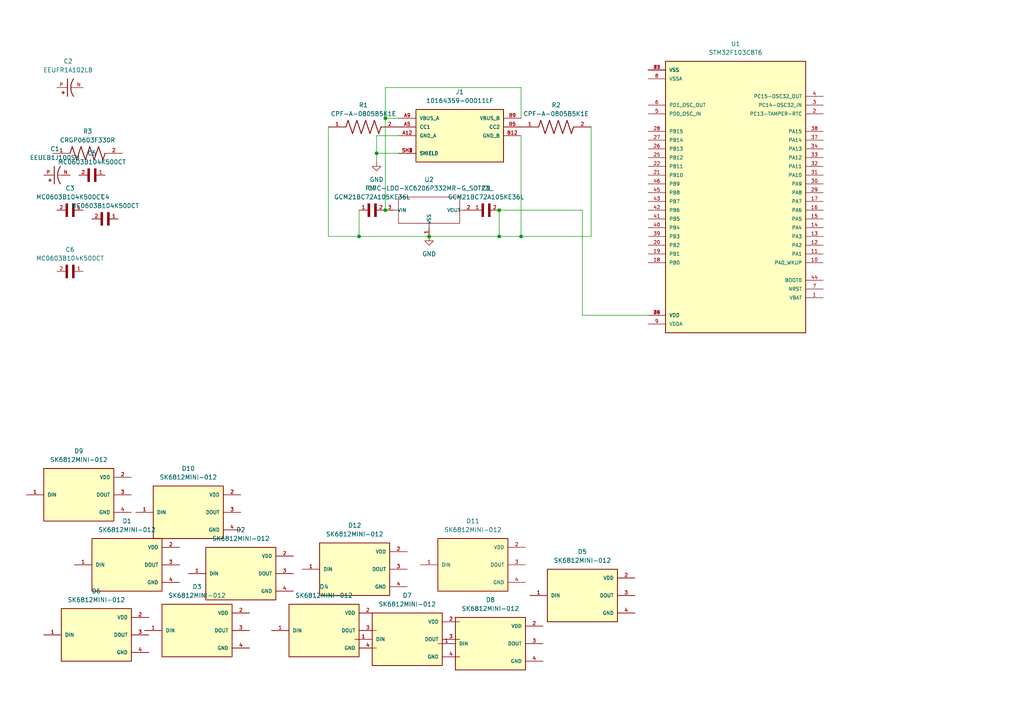
<source format=kicad_sch>
(kicad_sch (version 20250114) (generator "eeschema") (generator_version "9.0")
  (paper "A4")
  (lib_symbols
    (symbol "10164359-00011LF:10164359-00011LF" (pin_names (offset 1.016))
      (property "Reference" "J" (at -12.7 8.382 0))
      (property "Value" "10164359-00011LF" (at -12.7 -10.16 0))
      (symbol "10164359-00011LF_0_0"
        (rectangle (start -12.7 -7.62) (end 12.7 7.62) (stroke (width 0.254)) (fill (type background)))
        (pin power_in line (at -17.78 5.08 0) (length 5.08) (name "VBUS_A") (number "A9"))
        (pin bidirectional line (at -17.78 2.54 0) (length 5.08) (name "CC1") (number "A5"))
        (pin power_in line (at -17.78 0 0) (length 5.08) (name "GND_A") (number "A12"))
        (pin passive line (at -17.78 -5.08 0) (length 5.08) (name "SHIELD") (number "SH1"))
        (pin passive line (at -17.78 -5.08 0) (length 5.08) (name "SHIELD") (number "SH2"))
        (pin passive line (at -17.78 -5.08 0) (length 5.08) (name "SHIELD") (number "SH3"))
        (pin passive line (at -17.78 -5.08 0) (length 5.08) (name "SHIELD") (number "SH4"))
        (pin power_in line (at 17.78 5.08 180) (length 5.08) (name "VBUS_B") (number "B9"))
        (pin bidirectional line (at 17.78 2.54 180) (length 5.08) (name "CC2") (number "B5"))
        (pin power_in line (at 17.78 0 180) (length 5.08) (name "GND_B") (number "B12"))
      )
    )
    (symbol "CPF-A-0805B5K1E:CPF-A-0805B5K1E" (pin_names (offset 1.016))
      (property "Reference" "R" (at -7.6244 2.5415 0))
      (property "Value" "CPF-A-0805B5K1E" (at -7.63 -5.0866 0))
      (symbol "CPF-A-0805B5K1E_0_0"
        (polyline (pts (xy -5.08 0) (xy -4.445 1.905)) (stroke (width 0.254)))
        (polyline (pts (xy -4.445 1.905) (xy -3.175 -1.905)) (stroke (width 0.254)))
        (polyline (pts (xy -3.175 -1.905) (xy -1.905 1.905)) (stroke (width 0.254)))
        (polyline (pts (xy -1.905 1.905) (xy -0.635 -1.905)) (stroke (width 0.254)))
        (polyline (pts (xy -0.635 -1.905) (xy 0.635 1.905)) (stroke (width 0.254)))
        (polyline (pts (xy 0.635 1.905) (xy 1.905 -1.905)) (stroke (width 0.254)))
        (polyline (pts (xy 1.905 -1.905) (xy 3.175 1.905)) (stroke (width 0.254)))
        (polyline (pts (xy 3.175 1.905) (xy 4.445 -1.905)) (stroke (width 0.254)))
        (polyline (pts (xy 4.445 -1.905) (xy 5.08 0)) (stroke (width 0.254)))
        (pin passive line (at -10.16 0 0) (length 5.08) (name "~") (number "1"))
        (pin passive line (at 10.16 0 180) (length 5.08) (name "~") (number "2"))
      )
    )
    (symbol "CRGP0603F330R:CRGP0603F330R" (pin_names (offset 1.016))
      (property "Reference" "R" (at -7.6244 2.5415 0))
      (property "Value" "CRGP0603F330R" (at -7.63 -5.0866 0))
      (symbol "CRGP0603F330R_0_0"
        (polyline (pts (xy -5.08 0) (xy -4.445 1.905)) (stroke (width 0.254)))
        (polyline (pts (xy -4.445 1.905) (xy -3.175 -1.905)) (stroke (width 0.254)))
        (polyline (pts (xy -3.175 -1.905) (xy -1.905 1.905)) (stroke (width 0.254)))
        (polyline (pts (xy -1.905 1.905) (xy -0.635 -1.905)) (stroke (width 0.254)))
        (polyline (pts (xy -0.635 -1.905) (xy 0.635 1.905)) (stroke (width 0.254)))
        (polyline (pts (xy 0.635 1.905) (xy 1.905 -1.905)) (stroke (width 0.254)))
        (polyline (pts (xy 1.905 -1.905) (xy 3.175 1.905)) (stroke (width 0.254)))
        (polyline (pts (xy 3.175 1.905) (xy 4.445 -1.905)) (stroke (width 0.254)))
        (polyline (pts (xy 4.445 -1.905) (xy 5.08 0)) (stroke (width 0.254)))
        (pin passive line (at -10.16 0 0) (length 5.08) (name "~") (number "1"))
        (pin passive line (at 10.16 0 180) (length 5.08) (name "~") (number "2"))
      )
    )
    (symbol "EEUEB1J100SH:EEUEB1J100SH" (pin_names (offset 1.016))
      (property "Reference" "C" (at -2.54 3.81 0))
      (property "Value" "EEUEB1J100SH" (at -2.54 -5.08 0))
      (symbol "EEUEB1J100SH_0_0"
        (rectangle (start -1.173 -1.532) (end -0.284 -1.405) (stroke (width 0.1)) (fill (type outline)))
        (rectangle (start -0.792 -1.913) (end -0.665 -1.024) (stroke (width 0.1)) (fill (type outline)))
        (polyline (pts (xy 0 0) (xy 0.508 0)) (stroke (width 0.1524)))
        (polyline (pts (xy 0.508 2.54) (xy 0.508 0)) (stroke (width 0.254)))
        (polyline (pts (xy 0.508 0) (xy 0.508 -2.54)) (stroke (width 0.254)))
        (polyline (pts (xy 2.54 0) (xy 1.524 0)) (stroke (width 0.1524)))
        (arc (start 2.286 -2.54) (mid 1.4851 0) (end 2.286 2.54) (stroke (width 0.254)))
        (pin passive line (at -2.54 0 0) (length 2.54) (name "~") (number "P"))
        (pin passive line (at 5.08 0 180) (length 2.54) (name "~") (number "N"))
      )
    )
    (symbol "EEUFR1A102LB:EEUFR1A102LB" (pin_names (offset 1.016))
      (property "Reference" "C" (at -2.54 3.81 0))
      (property "Value" "EEUFR1A102LB" (at -2.54 -5.08 0))
      (symbol "EEUFR1A102LB_0_0"
        (rectangle (start -1.173 -1.532) (end -0.284 -1.405) (stroke (width 0.1)) (fill (type outline)))
        (rectangle (start -0.792 -1.913) (end -0.665 -1.024) (stroke (width 0.1)) (fill (type outline)))
        (polyline (pts (xy 0 0) (xy 0.508 0)) (stroke (width 0.1524)))
        (polyline (pts (xy 0.508 2.54) (xy 0.508 0)) (stroke (width 0.254)))
        (polyline (pts (xy 0.508 0) (xy 0.508 -2.54)) (stroke (width 0.254)))
        (polyline (pts (xy 2.54 0) (xy 1.524 0)) (stroke (width 0.1524)))
        (arc (start 2.286 -2.54) (mid 1.4851 0) (end 2.286 2.54) (stroke (width 0.254)))
        (pin passive line (at -2.54 0 0) (length 2.54) (name "~") (number "P"))
        (pin passive line (at 5.08 0 180) (length 2.54) (name "~") (number "N"))
      )
    )
    (symbol "GCM21BC72A105KE36L:GCM21BC72A105KE36L" (pin_names (offset 1.016))
      (property "Reference" "C" (at 0 3.8109 0))
      (property "Value" "GCM21BC72A105KE36L" (at 0 -5.0885 0))
      (symbol "GCM21BC72A105KE36L_0_0"
        (rectangle (start 0 -1.9069) (end 0.635 1.905) (stroke (width 0.1)) (fill (type outline)))
        (rectangle (start 1.9069 -1.9069) (end 2.54 1.905) (stroke (width 0.1)) (fill (type outline)))
        (pin passive line (at -2.54 0 0) (length 2.54) (name "~") (number "1"))
        (pin passive line (at 5.08 0 180) (length 2.54) (name "~") (number "2"))
      )
    )
    (symbol "MC0603B104K500CT:MC0603B104K500CT" (pin_names (offset 1.016))
      (property "Reference" "C" (at 0 3.81 0))
      (property "Value" "MC0603B104K500CT" (at 0 -5.08 0))
      (symbol "MC0603B104K500CT_0_0"
        (rectangle (start 0 -1.905) (end 0.635 1.905) (stroke (width 0.1)) (fill (type outline)))
        (rectangle (start 1.905 -1.905) (end 2.54 1.905) (stroke (width 0.1)) (fill (type outline)))
        (pin passive line (at -2.54 0 0) (length 2.54) (name "~") (number "2"))
        (pin passive line (at 5.08 0 180) (length 2.54) (name "~") (number "1"))
      )
    )
    (symbol "PMIC-LDO-XC6206P332MR-G_SOT23_:PMIC-LDO-XC6206P332MR-G_SOT23_" (pin_names (offset 1.016))
      (property "Reference" "U" (at -8.8958 5.0833 0))
      (property "Value" "PMIC-LDO-XC6206P332MR-G_SOT23_" (at -1.2704 5.0814 0))
      (symbol "PMIC-LDO-XC6206P332MR-G_SOT23__0_0"
        (polyline (pts (xy -10.16 0) (xy -8.89 0)) (stroke (width 0.1524)))
        (polyline (pts (xy -8.89 3.81) (xy 8.89 3.81)) (stroke (width 0.1524)))
        (polyline (pts (xy -8.89 0) (xy -8.89 3.81)) (stroke (width 0.1524)))
        (polyline (pts (xy -8.89 -3.81) (xy -8.89 0)) (stroke (width 0.1524)))
        (polyline (pts (xy 0 -3.81) (xy -8.89 -3.81)) (stroke (width 0.1524)))
        (polyline (pts (xy 0 -5.08) (xy 0 -3.81)) (stroke (width 0.1524)))
        (polyline (pts (xy 8.89 3.81) (xy 8.89 0)) (stroke (width 0.1524)))
        (polyline (pts (xy 8.89 0) (xy 8.89 -3.81)) (stroke (width 0.1524)))
        (polyline (pts (xy 8.89 -3.81) (xy 0 -3.81)) (stroke (width 0.1524)))
        (polyline (pts (xy 10.16 0) (xy 8.89 0)) (stroke (width 0.1524)))
        (pin input line (at -12.7 0 0) (length 2.54) (name "VIN") (number "3"))
        (pin power_in line (at 0 -7.62 90) (length 2.54) (name "VSS") (number "1"))
        (pin output line (at 12.7 0 180) (length 2.54) (name "VOUT") (number "2"))
      )
    )
    (symbol "SK6812MINI-012:SK6812MINI-012" (pin_names (offset 1.016))
      (property "Reference" "D" (at -10.16 8.89 0))
      (property "Value" "SK6812MINI-012" (at -10.16 -10.16 0))
      (symbol "SK6812MINI-012_0_0"
        (rectangle (start -10.16 -7.62) (end 10.16 7.62) (stroke (width 0.254)) (fill (type background)))
        (pin input line (at -15.24 0 0) (length 5.08) (name "DIN") (number "1"))
        (pin power_in line (at 15.24 5.08 180) (length 5.08) (name "VDD") (number "2"))
        (pin output line (at 15.24 0 180) (length 5.08) (name "DOUT") (number "3"))
        (pin power_in line (at 15.24 -5.08 180) (length 5.08) (name "GND") (number "4"))
      )
    )
    (symbol "STM32F103C8T6:STM32F103C8T6" (pin_names (offset 1.016))
      (property "Reference" "U" (at -20.32 41.275 0))
      (property "Value" "STM32F103C8T6" (at -20.32 -40.64 0))
      (symbol "STM32F103C8T6_0_0"
        (rectangle (start -20.32 -38.1) (end 20.32 40.64) (stroke (width 0.254)) (fill (type background)))
        (pin bidirectional line (at -25.4 30.48 0) (length 5.08) (name "VBAT") (number "1"))
        (pin input line (at -25.4 27.94 0) (length 5.08) (name "NRST") (number "7"))
        (pin input line (at -25.4 25.4 0) (length 5.08) (name "BOOT0") (number "44"))
        (pin bidirectional line (at -25.4 20.32 0) (length 5.08) (name "PA0_WKUP") (number "10"))
        (pin bidirectional line (at -25.4 17.78 0) (length 5.08) (name "PA1") (number "11"))
        (pin bidirectional line (at -25.4 15.24 0) (length 5.08) (name "PA2") (number "12"))
        (pin bidirectional line (at -25.4 12.7 0) (length 5.08) (name "PA3") (number "13"))
        (pin bidirectional line (at -25.4 10.16 0) (length 5.08) (name "PA4") (number "14"))
        (pin bidirectional line (at -25.4 7.62 0) (length 5.08) (name "PA5") (number "15"))
        (pin bidirectional line (at -25.4 5.08 0) (length 5.08) (name "PA6") (number "16"))
        (pin bidirectional line (at -25.4 2.54 0) (length 5.08) (name "PA7") (number "17"))
        (pin bidirectional line (at -25.4 0 0) (length 5.08) (name "PA8") (number "29"))
        (pin bidirectional line (at -25.4 -2.54 0) (length 5.08) (name "PA9") (number "30"))
        (pin bidirectional line (at -25.4 -5.08 0) (length 5.08) (name "PA10") (number "31"))
        (pin bidirectional line (at -25.4 -7.62 0) (length 5.08) (name "PA11") (number "32"))
        (pin bidirectional line (at -25.4 -10.16 0) (length 5.08) (name "PA12") (number "33"))
        (pin bidirectional line (at -25.4 -12.7 0) (length 5.08) (name "PA13") (number "34"))
        (pin bidirectional line (at -25.4 -15.24 0) (length 5.08) (name "PA14") (number "37"))
        (pin bidirectional line (at -25.4 -17.78 0) (length 5.08) (name "PA15") (number "38"))
        (pin bidirectional line (at -25.4 -22.86 0) (length 5.08) (name "PC13-TAMPER-RTC") (number "2"))
        (pin bidirectional line (at -25.4 -25.4 0) (length 5.08) (name "PC14-OSC32_IN") (number "3"))
        (pin bidirectional line (at -25.4 -27.94 0) (length 5.08) (name "PC15-OSC32_OUT") (number "4"))
        (pin power_in line (at 25.4 38.1 180) (length 5.08) (name "VDDA") (number "9"))
        (pin power_in line (at 25.4 35.56 180) (length 5.08) (name "VDD") (number "24"))
        (pin power_in line (at 25.4 35.56 180) (length 5.08) (name "VDD") (number "36"))
        (pin power_in line (at 25.4 35.56 180) (length 5.08) (name "VDD") (number "48"))
        (pin bidirectional line (at 25.4 20.32 180) (length 5.08) (name "PB0") (number "18"))
        (pin bidirectional line (at 25.4 17.78 180) (length 5.08) (name "PB1") (number "19"))
        (pin bidirectional line (at 25.4 15.24 180) (length 5.08) (name "PB2") (number "20"))
        (pin bidirectional line (at 25.4 12.7 180) (length 5.08) (name "PB3") (number "39"))
        (pin bidirectional line (at 25.4 10.16 180) (length 5.08) (name "PB4") (number "40"))
        (pin bidirectional line (at 25.4 7.62 180) (length 5.08) (name "PB5") (number "41"))
        (pin bidirectional line (at 25.4 5.08 180) (length 5.08) (name "PB6") (number "42"))
        (pin bidirectional line (at 25.4 2.54 180) (length 5.08) (name "PB7") (number "43"))
        (pin bidirectional line (at 25.4 0 180) (length 5.08) (name "PB8") (number "45"))
        (pin bidirectional line (at 25.4 -2.54 180) (length 5.08) (name "PB9") (number "46"))
        (pin bidirectional line (at 25.4 -5.08 180) (length 5.08) (name "PB10") (number "21"))
        (pin bidirectional line (at 25.4 -7.62 180) (length 5.08) (name "PB11") (number "22"))
        (pin bidirectional line (at 25.4 -10.16 180) (length 5.08) (name "PB12") (number "25"))
        (pin bidirectional line (at 25.4 -12.7 180) (length 5.08) (name "PB13") (number "26"))
        (pin bidirectional line (at 25.4 -15.24 180) (length 5.08) (name "PB14") (number "27"))
        (pin bidirectional line (at 25.4 -17.78 180) (length 5.08) (name "PB15") (number "28"))
        (pin bidirectional line (at 25.4 -22.86 180) (length 5.08) (name "PD0_OSC_IN") (number "5"))
        (pin bidirectional line (at 25.4 -25.4 180) (length 5.08) (name "PD1_OSC_OUT") (number "6"))
        (pin power_in line (at 25.4 -33.02 180) (length 5.08) (name "VSSA") (number "8"))
        (pin power_in line (at 25.4 -35.56 180) (length 5.08) (name "VSS") (number "23"))
        (pin power_in line (at 25.4 -35.56 180) (length 5.08) (name "VSS") (number "35"))
        (pin power_in line (at 25.4 -35.56 180) (length 5.08) (name "VSS") (number "47"))
      )
    )
    (symbol "power:GND" (power) (pin_numbers (hide yes)) (pin_names (offset 0) (hide yes))
      (property "Value" "GND" (at 0 -3.81 0))
      (symbol "GND_0_1"
        (polyline (pts (xy 0 0) (xy 0 -1.27) (xy 1.27 -1.27) (xy 0 -2.54) (xy -1.27 -1.27) (xy 0 -1.27)))
      )
      (symbol "GND_1_1"
        (pin power_in line (at 0 0 270) (length 0) (name "~") (number "1"))
      )
    )
  )
  (junction (at 111.76 60.96))
  (junction (at 104.14 68.58))
  (junction (at 144.78 68.58))
  (junction (at 124.46 68.58))
  (junction (at 109.22 44.45))
  (junction (at 111.76 34.29))
  (junction (at 151.13 68.58))
  (junction (at 144.78 60.96))
  (wire (pts (xy 168.91 91.44) (xy 187.96 91.44)))
  (wire (pts (xy 144.78 60.96) (xy 168.91 60.96)))
  (wire (pts (xy 111.76 25.4) (xy 111.76 34.29)))
  (wire (pts (xy 115.57 39.37) (xy 109.22 39.37)))
  (wire (pts (xy 115.57 44.45) (xy 109.22 44.45)))
  (wire (pts (xy 109.22 39.37) (xy 109.22 44.45)))
  (wire (pts (xy 111.76 34.29) (xy 111.76 60.96)))
  (wire (pts (xy 144.78 68.58) (xy 124.46 68.58)))
  (wire (pts (xy 168.91 60.96) (xy 168.91 91.44)))
  (wire (pts (xy 171.45 68.58) (xy 151.13 68.58)))
  (wire (pts (xy 151.13 68.58) (xy 144.78 68.58)))
  (wire (pts (xy 95.25 68.58) (xy 104.14 68.58)))
  (wire (pts (xy 109.22 44.45) (xy 109.22 46.99)))
  (wire (pts (xy 104.14 60.96) (xy 104.14 68.58)))
  (wire (pts (xy 104.14 68.58) (xy 124.46 68.58)))
  (wire (pts (xy 115.57 34.29) (xy 111.76 34.29)))
  (wire (pts (xy 171.45 36.83) (xy 171.45 68.58)))
  (wire (pts (xy 151.13 25.4) (xy 111.76 25.4)))
  (wire (pts (xy 144.78 60.96) (xy 144.78 68.58)))
  (wire (pts (xy 151.13 34.29) (xy 151.13 25.4)))
  (wire (pts (xy 95.25 36.83) (xy 95.25 68.58)))
  (wire (pts (xy 151.13 39.37) (xy 151.13 68.58)))
  (symbol (lib_id "SK6812MINI-012:SK6812MINI-012") (at 57.15 182.88 0) (unit 1)
    (property "Reference" "D3" (at 57.15 170.18 0))
    (property "Value" "SK6812MINI-012" (at 57.15 172.72 0))
    (property "Footprint" "SK6812MINI-012:LED_SK6812MINI-012" (effects (hide yes)))
    (property "MF" "DONGGUANG OPSCO OPTOELECTRONICS CO., LTD" (effects (hide yes)))
    (property "MAXIMUM_PACKAGE_HEIGHT" "1.1mm" (effects (hide yes)))
    (property "Package" "Package" (effects (hide yes)))
    (property "Price" "None" (effects (hide yes)))
    (property "Check_prices" "https://www.snapeda.com/parts/SK6812MINI-012/DONGGUANG+OPSCO+OPTOELECTRONICS+CO.%252C+LTD/view-part/?ref=eda" (effects (hide yes)))
    (property "STANDARD" "Manufacturer recommendations" (effects (hide yes)))
    (property "PARTREV" "A/0" (effects (hide yes)))
    (property "SnapEDA_Link" "https://www.snapeda.com/parts/SK6812MINI-012/DONGGUANG+OPSCO+OPTOELECTRONICS+CO.%252C+LTD/view-part/?ref=snap" (effects (hide yes)))
    (property "MP" "SK6812MINI-012" (effects (hide yes)))
    (property "Description_1" "INTEGRATED LIGHT SOURCE INTELLIGENT CONTROL OF CHIP-ON-TOP SMD TYPE LED" (effects (hide yes)))
    (property "Availability" "Not in stock" (effects (hide yes)))
    (property "MANUFACTURER" "DONGGUANG OPSCO OPTOELECTRONICS CO., LTD" (effects (hide yes)))
  )
  (symbol (lib_id "MC0603B104K500CT:MC0603B104K500CT") (at 19.05 60.96 0) (unit 1)
    (property "Reference" "C3" (at 20.32 54.61 0))
    (property "Value" "MC0603B104K500CT" (at 20.32 57.15 0))
    (property "Footprint" "MC0603B104K500CT:CAPC1608X87N" (effects (hide yes)))
    (property "MF" "Multicomp" (effects (hide yes)))
    (property "Description_1" "Capacitor Ceramic, 0.1uf, 50v, X7r, 10%," (effects (hide yes)))
    (property "Package" "0603 Multicomp" (effects (hide yes)))
    (property "Price" "None" (effects (hide yes)))
    (property "SnapEDA_Link" "https://www.snapeda.com/parts/MC0603B104K500CT/Multicomp/view-part/?ref=snap" (effects (hide yes)))
    (property "MP" "MC0603B104K500CT" (effects (hide yes)))
    (property "Availability" "Not in stock" (effects (hide yes)))
    (property "Check_prices" "https://www.snapeda.com/parts/MC0603B104K500CT/Multicomp/view-part/?ref=eda" (effects (hide yes)))
  )
  (symbol (lib_id "SK6812MINI-012:SK6812MINI-012") (at 54.61 148.59 0) (unit 1)
    (property "Reference" "D10" (at 54.61 135.89 0))
    (property "Value" "SK6812MINI-012" (at 54.61 138.43 0))
    (property "Footprint" "SK6812MINI-012:LED_SK6812MINI-012" (effects (hide yes)))
    (property "MF" "DONGGUANG OPSCO OPTOELECTRONICS CO., LTD" (effects (hide yes)))
    (property "MAXIMUM_PACKAGE_HEIGHT" "1.1mm" (effects (hide yes)))
    (property "Package" "Package" (effects (hide yes)))
    (property "Price" "None" (effects (hide yes)))
    (property "Check_prices" "https://www.snapeda.com/parts/SK6812MINI-012/DONGGUANG+OPSCO+OPTOELECTRONICS+CO.%252C+LTD/view-part/?ref=eda" (effects (hide yes)))
    (property "STANDARD" "Manufacturer recommendations" (effects (hide yes)))
    (property "PARTREV" "A/0" (effects (hide yes)))
    (property "SnapEDA_Link" "https://www.snapeda.com/parts/SK6812MINI-012/DONGGUANG+OPSCO+OPTOELECTRONICS+CO.%252C+LTD/view-part/?ref=snap" (effects (hide yes)))
    (property "MP" "SK6812MINI-012" (effects (hide yes)))
    (property "Description_1" "INTEGRATED LIGHT SOURCE INTELLIGENT CONTROL OF CHIP-ON-TOP SMD TYPE LED" (effects (hide yes)))
    (property "Availability" "Not in stock" (effects (hide yes)))
    (property "MANUFACTURER" "DONGGUANG OPSCO OPTOELECTRONICS CO., LTD" (effects (hide yes)))
  )
  (symbol (lib_id "SK6812MINI-012:SK6812MINI-012") (at 27.94 184.15 0) (unit 1)
    (property "Reference" "D6" (at 27.94 171.45 0))
    (property "Value" "SK6812MINI-012" (at 27.94 173.99 0))
    (property "Footprint" "SK6812MINI-012:LED_SK6812MINI-012" (effects (hide yes)))
    (property "MF" "DONGGUANG OPSCO OPTOELECTRONICS CO., LTD" (effects (hide yes)))
    (property "MAXIMUM_PACKAGE_HEIGHT" "1.1mm" (effects (hide yes)))
    (property "Package" "Package" (effects (hide yes)))
    (property "Price" "None" (effects (hide yes)))
    (property "Check_prices" "https://www.snapeda.com/parts/SK6812MINI-012/DONGGUANG+OPSCO+OPTOELECTRONICS+CO.%252C+LTD/view-part/?ref=eda" (effects (hide yes)))
    (property "STANDARD" "Manufacturer recommendations" (effects (hide yes)))
    (property "PARTREV" "A/0" (effects (hide yes)))
    (property "SnapEDA_Link" "https://www.snapeda.com/parts/SK6812MINI-012/DONGGUANG+OPSCO+OPTOELECTRONICS+CO.%252C+LTD/view-part/?ref=snap" (effects (hide yes)))
    (property "MP" "SK6812MINI-012" (effects (hide yes)))
    (property "Description_1" "INTEGRATED LIGHT SOURCE INTELLIGENT CONTROL OF CHIP-ON-TOP SMD TYPE LED" (effects (hide yes)))
    (property "Availability" "Not in stock" (effects (hide yes)))
    (property "MANUFACTURER" "DONGGUANG OPSCO OPTOELECTRONICS CO., LTD" (effects (hide yes)))
  )
  (symbol (lib_id "GCM21BC72A105KE36L:GCM21BC72A105KE36L") (at 139.7 60.96 0) (unit 1)
    (property "Reference" "C8" (at 140.97 54.61 0))
    (property "Value" "GCM21BC72A105KE36L" (at 140.97 57.15 0))
    (property "Footprint" "GCM21BC72A105KE36L:CAPC2012X145N" (effects (hide yes)))
    (property "MF" "Murata" (effects (hide yes)))
    (property "Description_1" "SMD Capacitor X7S(EIA) with Capacitance: 1.0uF Tol. 10%. Rated Voltage: 100Vdc" (effects (hide yes)))
    (property "Package" "2012 Murata" (effects (hide yes)))
    (property "Price" "None" (effects (hide yes)))
    (property "SnapEDA_Link" "https://www.snapeda.com/parts/GCM21BC72A105KE36L/Murata/view-part/?ref=snap" (effects (hide yes)))
    (property "MP" "GCM21BC72A105KE36L" (effects (hide yes)))
    (property "Availability" "In Stock" (effects (hide yes)))
    (property "Check_prices" "https://www.snapeda.com/parts/GCM21BC72A105KE36L/Murata/view-part/?ref=eda" (effects (hide yes)))
  )
  (symbol (lib_id "10164359-00011LF:10164359-00011LF") (at 133.35 39.37 0) (unit 1)
    (property "Reference" "J1" (at 133.35 26.67 0))
    (property "Value" "10164359-00011LF" (at 133.35 29.21 0))
    (property "Footprint" "10164359-00011LF:AMPHENOL_10164359-00011LF" (effects (hide yes)))
    (property "MF" "Amphenol FCI" (effects (hide yes)))
    (property "MAXIMUM_PACKAGE_HEIGHT" "3.26 mm" (effects (hide yes)))
    (property "Package" "None" (effects (hide yes)))
    (property "Price" "None" (effects (hide yes)))
    (property "Check_prices" "https://www.snapeda.com/parts/10164359-00011LF/Amphenol/view-part/?ref=eda" (effects (hide yes)))
    (property "STANDARD" "Manufacturer Recommendations" (effects (hide yes)))
    (property "PARTREV" "A" (effects (hide yes)))
    (property "SnapEDA_Link" "https://www.snapeda.com/parts/10164359-00011LF/Amphenol/view-part/?ref=snap" (effects (hide yes)))
    (property "MP" "10164359-00011LF" (effects (hide yes)))
    (property "Description_1" "USB Type C Receptacle SMT Single Row 6Pin" (effects (hide yes)))
    (property "Availability" "In Stock" (effects (hide yes)))
    (property "MANUFACTURER" "Amphenol" (effects (hide yes)))
  )
  (symbol (lib_id "SK6812MINI-012:SK6812MINI-012") (at 118.11 185.42 0) (unit 1)
    (property "Reference" "D7" (at 118.11 172.72 0))
    (property "Value" "SK6812MINI-012" (at 118.11 175.26 0))
    (property "Footprint" "SK6812MINI-012:LED_SK6812MINI-012" (effects (hide yes)))
    (property "MF" "DONGGUANG OPSCO OPTOELECTRONICS CO., LTD" (effects (hide yes)))
    (property "MAXIMUM_PACKAGE_HEIGHT" "1.1mm" (effects (hide yes)))
    (property "Package" "Package" (effects (hide yes)))
    (property "Price" "None" (effects (hide yes)))
    (property "Check_prices" "https://www.snapeda.com/parts/SK6812MINI-012/DONGGUANG+OPSCO+OPTOELECTRONICS+CO.%252C+LTD/view-part/?ref=eda" (effects (hide yes)))
    (property "STANDARD" "Manufacturer recommendations" (effects (hide yes)))
    (property "PARTREV" "A/0" (effects (hide yes)))
    (property "SnapEDA_Link" "https://www.snapeda.com/parts/SK6812MINI-012/DONGGUANG+OPSCO+OPTOELECTRONICS+CO.%252C+LTD/view-part/?ref=snap" (effects (hide yes)))
    (property "MP" "SK6812MINI-012" (effects (hide yes)))
    (property "Description_1" "INTEGRATED LIGHT SOURCE INTELLIGENT CONTROL OF CHIP-ON-TOP SMD TYPE LED" (effects (hide yes)))
    (property "Availability" "Not in stock" (effects (hide yes)))
    (property "MANUFACTURER" "DONGGUANG OPSCO OPTOELECTRONICS CO., LTD" (effects (hide yes)))
  )
  (symbol (lib_id "SK6812MINI-012:SK6812MINI-012") (at 69.85 166.37 0) (unit 1)
    (property "Reference" "D2" (at 69.85 153.67 0))
    (property "Value" "SK6812MINI-012" (at 69.85 156.21 0))
    (property "Footprint" "SK6812MINI-012:LED_SK6812MINI-012" (effects (hide yes)))
    (property "MF" "DONGGUANG OPSCO OPTOELECTRONICS CO., LTD" (effects (hide yes)))
    (property "MAXIMUM_PACKAGE_HEIGHT" "1.1mm" (effects (hide yes)))
    (property "Package" "Package" (effects (hide yes)))
    (property "Price" "None" (effects (hide yes)))
    (property "Check_prices" "https://www.snapeda.com/parts/SK6812MINI-012/DONGGUANG+OPSCO+OPTOELECTRONICS+CO.%252C+LTD/view-part/?ref=eda" (effects (hide yes)))
    (property "STANDARD" "Manufacturer recommendations" (effects (hide yes)))
    (property "PARTREV" "A/0" (effects (hide yes)))
    (property "SnapEDA_Link" "https://www.snapeda.com/parts/SK6812MINI-012/DONGGUANG+OPSCO+OPTOELECTRONICS+CO.%252C+LTD/view-part/?ref=snap" (effects (hide yes)))
    (property "MP" "SK6812MINI-012" (effects (hide yes)))
    (property "Description_1" "INTEGRATED LIGHT SOURCE INTELLIGENT CONTROL OF CHIP-ON-TOP SMD TYPE LED" (effects (hide yes)))
    (property "Availability" "Not in stock" (effects (hide yes)))
    (property "MANUFACTURER" "DONGGUANG OPSCO OPTOELECTRONICS CO., LTD" (effects (hide yes)))
  )
  (symbol (lib_id "EEUFR1A102LB:EEUFR1A102LB") (at 19.05 25.4 0) (unit 1)
    (property "Reference" "C2" (at 19.7466 17.78 0))
    (property "Value" "EEUFR1A102LB" (at 19.7466 20.32 0))
    (property "Footprint" "EEUFR1A102LB:CAPPRD500W60D800H1500" (effects (hide yes)))
    (property "MF" "Panasonic" (effects (hide yes)))
    (property "b_max" "0.65" (effects (hide yes)))
    (property "DESCRIPTION" "FR-A" (effects (hide yes)))
    (property "Package" "RADIAL-2 Panasonic" (effects (hide yes)))
    (property "b_nom" "0.6" (effects (hide yes)))
    (property "Price" "None" (effects (hide yes)))
    (property "Check_prices" "https://www.snapeda.com/parts/EEUFR1A102LB/Panasonic/view-part/?ref=eda" (effects (hide yes)))
    (property "SnapEDA_Link" "https://www.snapeda.com/parts/EEUFR1A102LB/Panasonic/view-part/?ref=snap" (effects (hide yes)))
    (property "PARTREV" "28-FEB-20" (effects (hide yes)))
    (property "A_max" "15" (effects (hide yes)))
    (property "MP" "EEUFR1A102LB" (effects (hide yes)))
    (property "D_nom" "8" (effects (hide yes)))
    (property "e_nom" "5" (effects (hide yes)))
    (property "Availability" "In Stock" (effects (hide yes)))
    (property "Description_1" "1000µF 10V Aluminum Electrolytic Capacitors Radial, Can 8000 Hrs @ 105°C" (effects (hide yes)))
  )
  (symbol (lib_id "SK6812MINI-012:SK6812MINI-012") (at 137.16 163.83 0) (unit 1)
    (property "Reference" "D11" (at 137.16 151.13 0))
    (property "Value" "SK6812MINI-012" (at 137.16 153.67 0))
    (property "Footprint" "SK6812MINI-012:LED_SK6812MINI-012" (effects (hide yes)))
    (property "MF" "DONGGUANG OPSCO OPTOELECTRONICS CO., LTD" (effects (hide yes)))
    (property "MAXIMUM_PACKAGE_HEIGHT" "1.1mm" (effects (hide yes)))
    (property "Package" "Package" (effects (hide yes)))
    (property "Price" "None" (effects (hide yes)))
    (property "Check_prices" "https://www.snapeda.com/parts/SK6812MINI-012/DONGGUANG+OPSCO+OPTOELECTRONICS+CO.%252C+LTD/view-part/?ref=eda" (effects (hide yes)))
    (property "STANDARD" "Manufacturer recommendations" (effects (hide yes)))
    (property "PARTREV" "A/0" (effects (hide yes)))
    (property "SnapEDA_Link" "https://www.snapeda.com/parts/SK6812MINI-012/DONGGUANG+OPSCO+OPTOELECTRONICS+CO.%252C+LTD/view-part/?ref=snap" (effects (hide yes)))
    (property "MP" "SK6812MINI-012" (effects (hide yes)))
    (property "Description_1" "INTEGRATED LIGHT SOURCE INTELLIGENT CONTROL OF CHIP-ON-TOP SMD TYPE LED" (effects (hide yes)))
    (property "Availability" "Not in stock" (effects (hide yes)))
    (property "MANUFACTURER" "DONGGUANG OPSCO OPTOELECTRONICS CO., LTD" (effects (hide yes)))
  )
  (symbol (lib_id "SK6812MINI-012:SK6812MINI-012") (at 22.86 143.51 0) (unit 1)
    (property "Reference" "D9" (at 22.86 130.81 0))
    (property "Value" "SK6812MINI-012" (at 22.86 133.35 0))
    (property "Footprint" "SK6812MINI-012:LED_SK6812MINI-012" (effects (hide yes)))
    (property "MF" "DONGGUANG OPSCO OPTOELECTRONICS CO., LTD" (effects (hide yes)))
    (property "MAXIMUM_PACKAGE_HEIGHT" "1.1mm" (effects (hide yes)))
    (property "Package" "Package" (effects (hide yes)))
    (property "Price" "None" (effects (hide yes)))
    (property "Check_prices" "https://www.snapeda.com/parts/SK6812MINI-012/DONGGUANG+OPSCO+OPTOELECTRONICS+CO.%252C+LTD/view-part/?ref=eda" (effects (hide yes)))
    (property "STANDARD" "Manufacturer recommendations" (effects (hide yes)))
    (property "PARTREV" "A/0" (effects (hide yes)))
    (property "SnapEDA_Link" "https://www.snapeda.com/parts/SK6812MINI-012/DONGGUANG+OPSCO+OPTOELECTRONICS+CO.%252C+LTD/view-part/?ref=snap" (effects (hide yes)))
    (property "MP" "SK6812MINI-012" (effects (hide yes)))
    (property "Description_1" "INTEGRATED LIGHT SOURCE INTELLIGENT CONTROL OF CHIP-ON-TOP SMD TYPE LED" (effects (hide yes)))
    (property "Availability" "Not in stock" (effects (hide yes)))
    (property "MANUFACTURER" "DONGGUANG OPSCO OPTOELECTRONICS CO., LTD" (effects (hide yes)))
  )
  (symbol (lib_id "CRGP0603F330R:CRGP0603F330R") (at 25.4 44.45 0) (unit 1)
    (property "Reference" "R3" (at 25.4 38.1 0))
    (property "Value" "CRGP0603F330R" (at 25.4 40.64 0))
    (property "Footprint" "CRGP0603F330R:RESC1608X55N" (effects (hide yes)))
    (property "Comment" "1-2176326-9" (effects (hide yes)))
    (property "MF" "TE Connectivity" (effects (hide yes)))
    (property "Description_1" "330 Ohms ±1% 0.25W, 1/4W Chip Resistor 0603 (1608 Metric) Pulse Withstanding Thick Film" (effects (hide yes)))
    (property "Package" "1608 Rohm Semiconductor" (effects (hide yes)))
    (property "Price" "None" (effects (hide yes)))
    (property "SnapEDA_Link" "https://www.snapeda.com/parts/CRGP0603F330R/TE+Connectivity/view-part/?ref=snap" (effects (hide yes)))
    (property "MP" "CRGP0603F330R" (effects (hide yes)))
    (property "Availability" "In Stock" (effects (hide yes)))
    (property "Check_prices" "https://www.snapeda.com/parts/CRGP0603F330R/TE+Connectivity/view-part/?ref=eda" (effects (hide yes)))
  )
  (symbol (lib_id "STM32F103C8T6:STM32F103C8T6") (at 213.36 55.88 180) (unit 1)
    (property "Reference" "U1" (at 213.36 12.7 0))
    (property "Value" "STM32F103C8T6" (at 213.36 15.24 0))
    (property "Footprint" "STM32F103C8T6:QFP50P900X900X160-48N" (effects (hide yes)))
    (property "DigiKey_Part_Number" "497-6063-ND" (effects (hide yes)))
    (property "SnapEDA_Link" "https://www.snapeda.com/parts/STM32F103C8T6/STMicroelectronics/view-part/?ref=snap" (effects (hide yes)))
    (property "Description_1" "ARM® Cortex®-M3 STM32F1 Microcontroller IC 32-Bit 72MHz 64KB (64K x 8) FLASH 48-LQFP (7x7)" (effects (hide yes)))
    (property "Package" "LQFP-48 STMicroelectronics" (effects (hide yes)))
    (property "Check_prices" "https://www.snapeda.com/parts/STM32F103C8T6/STMicroelectronics/view-part/?ref=eda" (effects (hide yes)))
    (property "STANDARD" "IPC7351B" (effects (hide yes)))
    (property "PARTREV" "10" (effects (hide yes)))
    (property "MF" "STMicroelectronics" (effects (hide yes)))
    (property "MP" "STM32F103C8T6" (effects (hide yes)))
    (property "MANUFACTURER" "ST Microelectronics" (effects (hide yes)))
  )
  (symbol (lib_id "SK6812MINI-012:SK6812MINI-012") (at 142.24 186.69 0) (unit 1)
    (property "Reference" "D8" (at 142.24 173.99 0))
    (property "Value" "SK6812MINI-012" (at 142.24 176.53 0))
    (property "Footprint" "SK6812MINI-012:LED_SK6812MINI-012" (effects (hide yes)))
    (property "MF" "DONGGUANG OPSCO OPTOELECTRONICS CO., LTD" (effects (hide yes)))
    (property "MAXIMUM_PACKAGE_HEIGHT" "1.1mm" (effects (hide yes)))
    (property "Package" "Package" (effects (hide yes)))
    (property "Price" "None" (effects (hide yes)))
    (property "Check_prices" "https://www.snapeda.com/parts/SK6812MINI-012/DONGGUANG+OPSCO+OPTOELECTRONICS+CO.%252C+LTD/view-part/?ref=eda" (effects (hide yes)))
    (property "STANDARD" "Manufacturer recommendations" (effects (hide yes)))
    (property "PARTREV" "A/0" (effects (hide yes)))
    (property "SnapEDA_Link" "https://www.snapeda.com/parts/SK6812MINI-012/DONGGUANG+OPSCO+OPTOELECTRONICS+CO.%252C+LTD/view-part/?ref=snap" (effects (hide yes)))
    (property "MP" "SK6812MINI-012" (effects (hide yes)))
    (property "Description_1" "INTEGRATED LIGHT SOURCE INTELLIGENT CONTROL OF CHIP-ON-TOP SMD TYPE LED" (effects (hide yes)))
    (property "Availability" "Not in stock" (effects (hide yes)))
    (property "MANUFACTURER" "DONGGUANG OPSCO OPTOELECTRONICS CO., LTD" (effects (hide yes)))
  )
  (symbol (lib_id "GCM21BC72A105KE36L:GCM21BC72A105KE36L") (at 106.68 60.96 0) (unit 1)
    (property "Reference" "C7" (at 107.95 54.61 0))
    (property "Value" "GCM21BC72A105KE36L" (at 107.95 57.15 0))
    (property "Footprint" "GCM21BC72A105KE36L:CAPC2012X145N" (effects (hide yes)))
    (property "MF" "Murata" (effects (hide yes)))
    (property "Description_1" "SMD Capacitor X7S(EIA) with Capacitance: 1.0uF Tol. 10%. Rated Voltage: 100Vdc" (effects (hide yes)))
    (property "Package" "2012 Murata" (effects (hide yes)))
    (property "Price" "None" (effects (hide yes)))
    (property "SnapEDA_Link" "https://www.snapeda.com/parts/GCM21BC72A105KE36L/Murata/view-part/?ref=snap" (effects (hide yes)))
    (property "MP" "GCM21BC72A105KE36L" (effects (hide yes)))
    (property "Availability" "In Stock" (effects (hide yes)))
    (property "Check_prices" "https://www.snapeda.com/parts/GCM21BC72A105KE36L/Murata/view-part/?ref=eda" (effects (hide yes)))
  )
  (symbol (lib_id "MC0603B104K500CT:MC0603B104K500CT") (at 19.05 78.74 0) (unit 1)
    (property "Reference" "C6" (at 20.32 72.39 0))
    (property "Value" "MC0603B104K500CT" (at 20.32 74.93 0))
    (property "Footprint" "MC0603B104K500CT:CAPC1608X87N" (effects (hide yes)))
    (property "MF" "Multicomp" (effects (hide yes)))
    (property "Description_1" "Capacitor Ceramic, 0.1uf, 50v, X7r, 10%," (effects (hide yes)))
    (property "Package" "0603 Multicomp" (effects (hide yes)))
    (property "Price" "None" (effects (hide yes)))
    (property "SnapEDA_Link" "https://www.snapeda.com/parts/MC0603B104K500CT/Multicomp/view-part/?ref=snap" (effects (hide yes)))
    (property "MP" "MC0603B104K500CT" (effects (hide yes)))
    (property "Availability" "Not in stock" (effects (hide yes)))
    (property "Check_prices" "https://www.snapeda.com/parts/MC0603B104K500CT/Multicomp/view-part/?ref=eda" (effects (hide yes)))
  )
  (symbol (lib_id "MC0603B104K500CT:MC0603B104K500CT") (at 29.21 63.5 0) (unit 1)
    (property "Reference" "C4" (at 30.48 57.15 0))
    (property "Value" "MC0603B104K500CT" (at 30.48 59.69 0))
    (property "Footprint" "MC0603B104K500CT:CAPC1608X87N" (effects (hide yes)))
    (property "MF" "Multicomp" (effects (hide yes)))
    (property "Description_1" "Capacitor Ceramic, 0.1uf, 50v, X7r, 10%," (effects (hide yes)))
    (property "Package" "0603 Multicomp" (effects (hide yes)))
    (property "Price" "None" (effects (hide yes)))
    (property "SnapEDA_Link" "https://www.snapeda.com/parts/MC0603B104K500CT/Multicomp/view-part/?ref=snap" (effects (hide yes)))
    (property "MP" "MC0603B104K500CT" (effects (hide yes)))
    (property "Availability" "Not in stock" (effects (hide yes)))
    (property "Check_prices" "https://www.snapeda.com/parts/MC0603B104K500CT/Multicomp/view-part/?ref=eda" (effects (hide yes)))
  )
  (symbol (lib_id "PMIC-LDO-XC6206P332MR-G_SOT23_:PMIC-LDO-XC6206P332MR-G_SOT23_") (at 124.46 60.96 0) (unit 1)
    (property "Reference" "U2" (at 124.46 52.07 0))
    (property "Value" "PMIC-LDO-XC6206P332MR-G_SOT23_" (at 124.46 54.61 0))
    (property "Footprint" "PMIC-LDO-XC6206P332MR-G_SOT23_:SOT-23" (effects (hide yes)))
    (property "MF" "Torex" (effects (hide yes)))
    (property "Description_1" "Linear Voltage Regulator IC Positive Fixed 1 Output  200mA SOT-23" (effects (hide yes)))
    (property "Package" "SOT-23-3 Torex" (effects (hide yes)))
    (property "MPN" "XC6206P332MR-G" (effects (hide yes)))
    (property "Price" "None" (effects (hide yes)))
    (property "VALUE" "XC6206P332MR-G-SOT23" (effects (hide yes)))
    (property "SnapEDA_Link" "https://www.snapeda.com/parts/XC6206P332MR-G/Torex/view-part/?ref=snap" (effects (hide yes)))
    (property "MP" "XC6206P332MR-G" (effects (hide yes)))
    (property "Availability" "In Stock" (effects (hide yes)))
    (property "Check_prices" "https://www.snapeda.com/parts/XC6206P332MR-G/Torex/view-part/?ref=eda" (effects (hide yes)))
  )
  (symbol (lib_id "CPF-A-0805B5K1E:CPF-A-0805B5K1E") (at 105.41 36.83 0) (unit 1)
    (property "Reference" "R1" (at 105.41 30.48 0))
    (property "Value" "CPF-A-0805B5K1E" (at 105.41 33.02 0))
    (property "Footprint" "CPF-A-0805B5K1E:RESC2012X65N" (effects (hide yes)))
    (property "MF" "TE Connectivity" (effects (hide yes)))
    (property "Description_1" "5.1 kOhms ±0.1% 0.1W, 1/10W Chip Resistor 0805 (2012 Metric) Anti-Sulfur, Automotive AEC-Q200, Moisture Resistant Thin Film" (effects (hide yes)))
    (property "Package" "2012 Stackpole" (effects (hide yes)))
    (property "Price" "None" (effects (hide yes)))
    (property "SnapEDA_Link" "https://www.snapeda.com/parts/CPF-A-0805B5K1E/TE+Connectivity/view-part/?ref=snap" (effects (hide yes)))
    (property "MP" "CPF-A-0805B5K1E" (effects (hide yes)))
    (property "Availability" "In Stock" (effects (hide yes)))
    (property "Check_prices" "https://www.snapeda.com/parts/CPF-A-0805B5K1E/TE+Connectivity/view-part/?ref=eda" (effects (hide yes)))
  )
  (symbol (lib_id "SK6812MINI-012:SK6812MINI-012") (at 36.83 163.83 0) (unit 1)
    (property "Reference" "D1" (at 36.83 151.13 0))
    (property "Value" "SK6812MINI-012" (at 36.83 153.67 0))
    (property "Footprint" "SK6812MINI-012:LED_SK6812MINI-012" (effects (hide yes)))
    (property "MF" "DONGGUANG OPSCO OPTOELECTRONICS CO., LTD" (effects (hide yes)))
    (property "MAXIMUM_PACKAGE_HEIGHT" "1.1mm" (effects (hide yes)))
    (property "Package" "Package" (effects (hide yes)))
    (property "Price" "None" (effects (hide yes)))
    (property "Check_prices" "https://www.snapeda.com/parts/SK6812MINI-012/DONGGUANG+OPSCO+OPTOELECTRONICS+CO.%252C+LTD/view-part/?ref=eda" (effects (hide yes)))
    (property "STANDARD" "Manufacturer recommendations" (effects (hide yes)))
    (property "PARTREV" "A/0" (effects (hide yes)))
    (property "SnapEDA_Link" "https://www.snapeda.com/parts/SK6812MINI-012/DONGGUANG+OPSCO+OPTOELECTRONICS+CO.%252C+LTD/view-part/?ref=snap" (effects (hide yes)))
    (property "MP" "SK6812MINI-012" (effects (hide yes)))
    (property "Description_1" "INTEGRATED LIGHT SOURCE INTELLIGENT CONTROL OF CHIP-ON-TOP SMD TYPE LED" (effects (hide yes)))
    (property "Availability" "Not in stock" (effects (hide yes)))
    (property "MANUFACTURER" "DONGGUANG OPSCO OPTOELECTRONICS CO., LTD" (effects (hide yes)))
  )
  (symbol (lib_id "power:GND") (at 124.46 68.58 0) (unit 1)
    (property "Reference" "#PWR01" (effects (hide yes)))
    (property "Value" "GND" (at 124.46 73.66 0))
    (property "Description" "Power symbol creates a global label with name \"GND\" , ground" (effects (hide yes)))
  )
  (symbol (lib_id "SK6812MINI-012:SK6812MINI-012") (at 102.87 165.1 0) (unit 1)
    (property "Reference" "D12" (at 102.87 152.4 0))
    (property "Value" "SK6812MINI-012" (at 102.87 154.94 0))
    (property "Footprint" "SK6812MINI-012:LED_SK6812MINI-012" (effects (hide yes)))
    (property "MF" "DONGGUANG OPSCO OPTOELECTRONICS CO., LTD" (effects (hide yes)))
    (property "MAXIMUM_PACKAGE_HEIGHT" "1.1mm" (effects (hide yes)))
    (property "Package" "Package" (effects (hide yes)))
    (property "Price" "None" (effects (hide yes)))
    (property "Check_prices" "https://www.snapeda.com/parts/SK6812MINI-012/DONGGUANG+OPSCO+OPTOELECTRONICS+CO.%252C+LTD/view-part/?ref=eda" (effects (hide yes)))
    (property "STANDARD" "Manufacturer recommendations" (effects (hide yes)))
    (property "PARTREV" "A/0" (effects (hide yes)))
    (property "SnapEDA_Link" "https://www.snapeda.com/parts/SK6812MINI-012/DONGGUANG+OPSCO+OPTOELECTRONICS+CO.%252C+LTD/view-part/?ref=snap" (effects (hide yes)))
    (property "MP" "SK6812MINI-012" (effects (hide yes)))
    (property "Description_1" "INTEGRATED LIGHT SOURCE INTELLIGENT CONTROL OF CHIP-ON-TOP SMD TYPE LED" (effects (hide yes)))
    (property "Availability" "Not in stock" (effects (hide yes)))
    (property "MANUFACTURER" "DONGGUANG OPSCO OPTOELECTRONICS CO., LTD" (effects (hide yes)))
  )
  (symbol (lib_id "CPF-A-0805B5K1E:CPF-A-0805B5K1E") (at 161.29 36.83 0) (unit 1)
    (property "Reference" "R2" (at 161.29 30.48 0))
    (property "Value" "CPF-A-0805B5K1E" (at 161.29 33.02 0))
    (property "Footprint" "CPF-A-0805B5K1E:RESC2012X65N" (effects (hide yes)))
    (property "MF" "TE Connectivity" (effects (hide yes)))
    (property "Description_1" "5.1 kOhms ±0.1% 0.1W, 1/10W Chip Resistor 0805 (2012 Metric) Anti-Sulfur, Automotive AEC-Q200, Moisture Resistant Thin Film" (effects (hide yes)))
    (property "Package" "2012 Stackpole" (effects (hide yes)))
    (property "Price" "None" (effects (hide yes)))
    (property "SnapEDA_Link" "https://www.snapeda.com/parts/CPF-A-0805B5K1E/TE+Connectivity/view-part/?ref=snap" (effects (hide yes)))
    (property "MP" "CPF-A-0805B5K1E" (effects (hide yes)))
    (property "Availability" "In Stock" (effects (hide yes)))
    (property "Check_prices" "https://www.snapeda.com/parts/CPF-A-0805B5K1E/TE+Connectivity/view-part/?ref=eda" (effects (hide yes)))
  )
  (symbol (lib_id "SK6812MINI-012:SK6812MINI-012") (at 93.98 182.88 0) (unit 1)
    (property "Reference" "D4" (at 93.98 170.18 0))
    (property "Value" "SK6812MINI-012" (at 93.98 172.72 0))
    (property "Footprint" "SK6812MINI-012:LED_SK6812MINI-012" (effects (hide yes)))
    (property "MF" "DONGGUANG OPSCO OPTOELECTRONICS CO., LTD" (effects (hide yes)))
    (property "MAXIMUM_PACKAGE_HEIGHT" "1.1mm" (effects (hide yes)))
    (property "Package" "Package" (effects (hide yes)))
    (property "Price" "None" (effects (hide yes)))
    (property "Check_prices" "https://www.snapeda.com/parts/SK6812MINI-012/DONGGUANG+OPSCO+OPTOELECTRONICS+CO.%252C+LTD/view-part/?ref=eda" (effects (hide yes)))
    (property "STANDARD" "Manufacturer recommendations" (effects (hide yes)))
    (property "PARTREV" "A/0" (effects (hide yes)))
    (property "SnapEDA_Link" "https://www.snapeda.com/parts/SK6812MINI-012/DONGGUANG+OPSCO+OPTOELECTRONICS+CO.%252C+LTD/view-part/?ref=snap" (effects (hide yes)))
    (property "MP" "SK6812MINI-012" (effects (hide yes)))
    (property "Description_1" "INTEGRATED LIGHT SOURCE INTELLIGENT CONTROL OF CHIP-ON-TOP SMD TYPE LED" (effects (hide yes)))
    (property "Availability" "Not in stock" (effects (hide yes)))
    (property "MANUFACTURER" "DONGGUANG OPSCO OPTOELECTRONICS CO., LTD" (effects (hide yes)))
  )
  (symbol (lib_id "SK6812MINI-012:SK6812MINI-012") (at 168.91 172.72 0) (unit 1)
    (property "Reference" "D5" (at 168.91 160.02 0))
    (property "Value" "SK6812MINI-012" (at 168.91 162.56 0))
    (property "Footprint" "SK6812MINI-012:LED_SK6812MINI-012" (effects (hide yes)))
    (property "MF" "DONGGUANG OPSCO OPTOELECTRONICS CO., LTD" (effects (hide yes)))
    (property "MAXIMUM_PACKAGE_HEIGHT" "1.1mm" (effects (hide yes)))
    (property "Package" "Package" (effects (hide yes)))
    (property "Price" "None" (effects (hide yes)))
    (property "Check_prices" "https://www.snapeda.com/parts/SK6812MINI-012/DONGGUANG+OPSCO+OPTOELECTRONICS+CO.%252C+LTD/view-part/?ref=eda" (effects (hide yes)))
    (property "STANDARD" "Manufacturer recommendations" (effects (hide yes)))
    (property "PARTREV" "A/0" (effects (hide yes)))
    (property "SnapEDA_Link" "https://www.snapeda.com/parts/SK6812MINI-012/DONGGUANG+OPSCO+OPTOELECTRONICS+CO.%252C+LTD/view-part/?ref=snap" (effects (hide yes)))
    (property "MP" "SK6812MINI-012" (effects (hide yes)))
    (property "Description_1" "INTEGRATED LIGHT SOURCE INTELLIGENT CONTROL OF CHIP-ON-TOP SMD TYPE LED" (effects (hide yes)))
    (property "Availability" "Not in stock" (effects (hide yes)))
    (property "MANUFACTURER" "DONGGUANG OPSCO OPTOELECTRONICS CO., LTD" (effects (hide yes)))
  )
  (symbol (lib_id "EEUEB1J100SH:EEUEB1J100SH") (at 15.24 50.8 0) (unit 1)
    (property "Reference" "C1" (at 15.9366 43.18 0))
    (property "Value" "EEUEB1J100SH" (at 15.9366 45.72 0))
    (property "Footprint" "EEUEB1J100SH:CAPPRD250W50D500H1100" (effects (hide yes)))
    (property "MF" "Panasonic" (effects (hide yes)))
    (property "b_max" "0.55" (effects (hide yes)))
    (property "DESCRIPTION" "EB-A" (effects (hide yes)))
    (property "Package" "RADIAL-2 Panasonic" (effects (hide yes)))
    (property "b_nom" "0.5" (effects (hide yes)))
    (property "Price" "None" (effects (hide yes)))
    (property "Check_prices" "https://www.snapeda.com/parts/EEUEB1J100SH/Panasonic/view-part/?ref=eda" (effects (hide yes)))
    (property "SnapEDA_Link" "https://www.snapeda.com/parts/EEUEB1J100SH/Panasonic/view-part/?ref=snap" (effects (hide yes)))
    (property "PARTREV" "28-FEB-20" (effects (hide yes)))
    (property "A_max" "11" (effects (hide yes)))
    (property "MP" "EEUEB1J100SH" (effects (hide yes)))
    (property "D_nom" "5" (effects (hide yes)))
    (property "e_nom" "2.5" (effects (hide yes)))
    (property "Availability" "In Stock" (effects (hide yes)))
    (property "Description_1" "10µF 63V Aluminum Electrolytic Capacitors Radial, Can 5000 Hrs @ 105°C" (effects (hide yes)))
  )
  (symbol (lib_id "power:GND") (at 109.22 46.99 0) (unit 1)
    (property "Reference" "#PWR02" (effects (hide yes)))
    (property "Value" "GND" (at 109.22 52.07 0))
    (property "Description" "Power symbol creates a global label with name \"GND\" , ground" (effects (hide yes)))
  )
  (symbol (lib_id "MC0603B104K500CT:MC0603B104K500CT") (at 25.4 50.8 0) (unit 1)
    (property "Reference" "C5" (at 26.67 44.45 0))
    (property "Value" "MC0603B104K500CT" (at 26.67 46.99 0))
    (property "Footprint" "MC0603B104K500CT:CAPC1608X87N" (effects (hide yes)))
    (property "MF" "Multicomp" (effects (hide yes)))
    (property "Description_1" "Capacitor Ceramic, 0.1uf, 50v, X7r, 10%," (effects (hide yes)))
    (property "Package" "0603 Multicomp" (effects (hide yes)))
    (property "Price" "None" (effects (hide yes)))
    (property "SnapEDA_Link" "https://www.snapeda.com/parts/MC0603B104K500CT/Multicomp/view-part/?ref=snap" (effects (hide yes)))
    (property "MP" "MC0603B104K500CT" (effects (hide yes)))
    (property "Availability" "Not in stock" (effects (hide yes)))
    (property "Check_prices" "https://www.snapeda.com/parts/MC0603B104K500CT/Multicomp/view-part/?ref=eda" (effects (hide yes)))
  )
)
</source>
